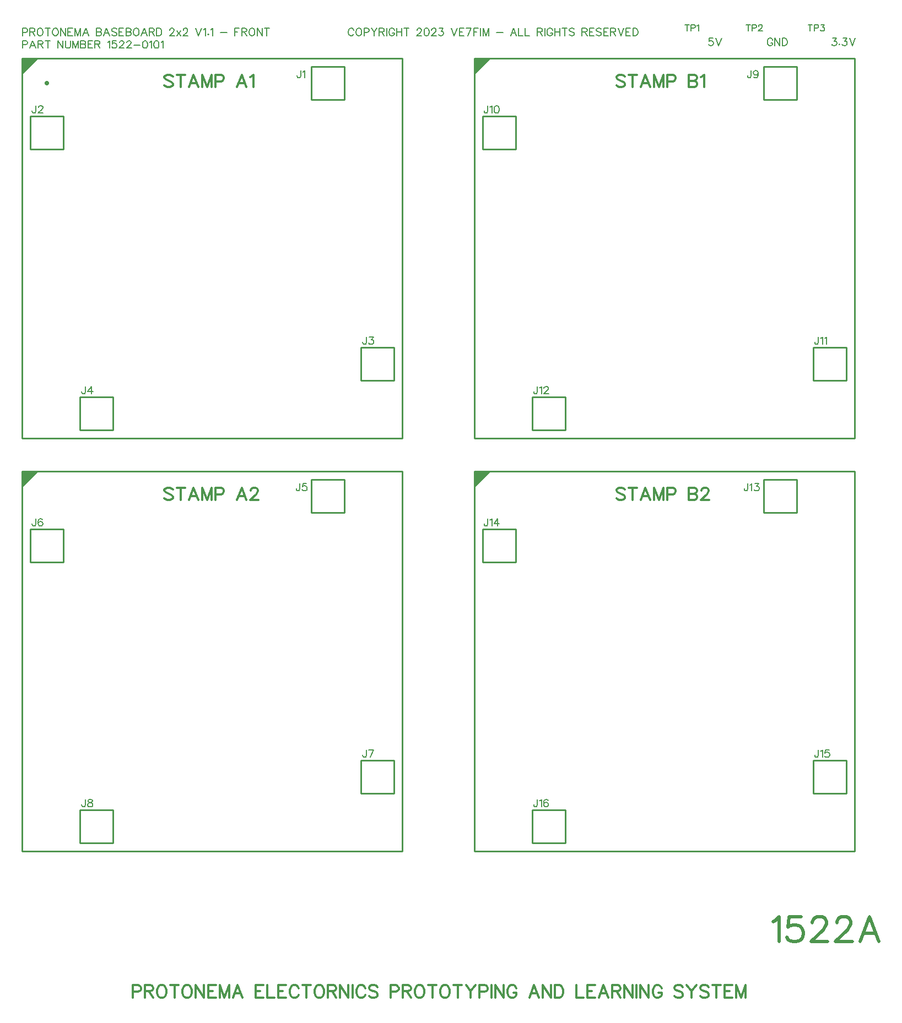
<source format=gto>
G04 Layer: TopSilkscreenLayer*
G04 EasyEDA v6.5.22, 2023-04-02 16:23:41*
G04 0d5d065aeb9341cc8506dd620d600087,5a6b42c53f6a479593ecc07194224c93,10*
G04 Gerber Generator version 0.2*
G04 Scale: 100 percent, Rotated: No, Reflected: No *
G04 Dimensions in millimeters *
G04 leading zeros omitted , absolute positions ,4 integer and 5 decimal *
%FSLAX45Y45*%
%MOMM*%

%ADD10C,0.3000*%
%ADD11C,0.2032*%
%ADD12C,0.5000*%
%ADD13C,0.1524*%
%ADD14C,0.2030*%
%ADD15C,0.2540*%
%ADD16C,0.6350*%
%ADD17C,0.0189*%

%LPD*%
D10*
X9888727Y7977378D02*
G01*
X9870440Y7995665D01*
X9843261Y8004810D01*
X9806940Y8004810D01*
X9779508Y7995665D01*
X9761474Y7977378D01*
X9761474Y7959344D01*
X9770363Y7941055D01*
X9779508Y7931912D01*
X9797795Y7923021D01*
X9852406Y7904734D01*
X9870440Y7895589D01*
X9879584Y7886445D01*
X9888727Y7868412D01*
X9888727Y7840979D01*
X9870440Y7822945D01*
X9843261Y7813802D01*
X9806940Y7813802D01*
X9779508Y7822945D01*
X9761474Y7840979D01*
X10012425Y8004810D02*
G01*
X10012425Y7813802D01*
X9948672Y8004810D02*
G01*
X10075925Y8004810D01*
X10208768Y8004810D02*
G01*
X10135870Y7813802D01*
X10208768Y8004810D02*
G01*
X10281411Y7813802D01*
X10163302Y7877555D02*
G01*
X10254234Y7877555D01*
X10341356Y8004810D02*
G01*
X10341356Y7813802D01*
X10341356Y8004810D02*
G01*
X10414000Y7813802D01*
X10486897Y8004810D02*
G01*
X10414000Y7813802D01*
X10486897Y8004810D02*
G01*
X10486897Y7813802D01*
X10546841Y8004810D02*
G01*
X10546841Y7813802D01*
X10546841Y8004810D02*
G01*
X10628629Y8004810D01*
X10656061Y7995665D01*
X10664952Y7986521D01*
X10674095Y7968234D01*
X10674095Y7941055D01*
X10664952Y7923021D01*
X10656061Y7913878D01*
X10628629Y7904734D01*
X10546841Y7904734D01*
X10946891Y8004810D02*
G01*
X10874247Y7813802D01*
X10946891Y8004810D02*
G01*
X11019536Y7813802D01*
X10901425Y7877555D02*
G01*
X10992358Y7877555D01*
X11088624Y7959344D02*
G01*
X11088624Y7968234D01*
X11097768Y7986521D01*
X11106911Y7995665D01*
X11124945Y8004810D01*
X11161522Y8004810D01*
X11179556Y7995665D01*
X11188700Y7986521D01*
X11197843Y7968234D01*
X11197843Y7950200D01*
X11188700Y7931912D01*
X11170411Y7904734D01*
X11079479Y7813802D01*
X11206734Y7813802D01*
X16832834Y7977378D02*
G01*
X16814545Y7995665D01*
X16787368Y8004810D01*
X16751045Y8004810D01*
X16723613Y7995665D01*
X16705579Y7977378D01*
X16705579Y7959344D01*
X16714470Y7941055D01*
X16723613Y7931912D01*
X16741902Y7923021D01*
X16796511Y7904734D01*
X16814545Y7895589D01*
X16823690Y7886445D01*
X16832834Y7868412D01*
X16832834Y7840979D01*
X16814545Y7822945D01*
X16787368Y7813802D01*
X16751045Y7813802D01*
X16723613Y7822945D01*
X16705579Y7840979D01*
X16956531Y8004810D02*
G01*
X16956531Y7813802D01*
X16892777Y8004810D02*
G01*
X17020031Y8004810D01*
X17152874Y8004810D02*
G01*
X17079975Y7813802D01*
X17152874Y8004810D02*
G01*
X17225518Y7813802D01*
X17107408Y7877555D02*
G01*
X17198340Y7877555D01*
X17285461Y8004810D02*
G01*
X17285461Y7813802D01*
X17285461Y8004810D02*
G01*
X17358106Y7813802D01*
X17431004Y8004810D02*
G01*
X17358106Y7813802D01*
X17431004Y8004810D02*
G01*
X17431004Y7813802D01*
X17490948Y8004810D02*
G01*
X17490948Y7813802D01*
X17490948Y8004810D02*
G01*
X17572736Y8004810D01*
X17600168Y7995665D01*
X17609058Y7986521D01*
X17618202Y7968234D01*
X17618202Y7941055D01*
X17609058Y7923021D01*
X17600168Y7913878D01*
X17572736Y7904734D01*
X17490948Y7904734D01*
X17818354Y8004810D02*
G01*
X17818354Y7813802D01*
X17818354Y8004810D02*
G01*
X17900141Y8004810D01*
X17927320Y7995665D01*
X17936463Y7986521D01*
X17945608Y7968234D01*
X17945608Y7950200D01*
X17936463Y7931912D01*
X17927320Y7923021D01*
X17900141Y7913878D01*
X17818354Y7913878D02*
G01*
X17900141Y7913878D01*
X17927320Y7904734D01*
X17936463Y7895589D01*
X17945608Y7877555D01*
X17945608Y7850123D01*
X17936463Y7832089D01*
X17927320Y7822945D01*
X17900141Y7813802D01*
X17818354Y7813802D01*
X18014695Y7959344D02*
G01*
X18014695Y7968234D01*
X18023586Y7986521D01*
X18032729Y7995665D01*
X18051018Y8004810D01*
X18087340Y8004810D01*
X18105627Y7995665D01*
X18114518Y7986521D01*
X18123661Y7968234D01*
X18123661Y7950200D01*
X18114518Y7931912D01*
X18096484Y7904734D01*
X18005552Y7813802D01*
X18132806Y7813802D01*
X9271000Y354329D02*
G01*
X9271000Y163321D01*
X9271000Y354329D02*
G01*
X9352788Y354329D01*
X9379965Y345186D01*
X9389109Y336042D01*
X9398254Y317754D01*
X9398254Y290576D01*
X9389109Y272287D01*
X9379965Y263397D01*
X9352788Y254254D01*
X9271000Y254254D01*
X9458197Y354329D02*
G01*
X9458197Y163321D01*
X9458197Y354329D02*
G01*
X9539986Y354329D01*
X9567418Y345186D01*
X9576561Y336042D01*
X9585452Y317754D01*
X9585452Y299720D01*
X9576561Y281431D01*
X9567418Y272287D01*
X9539986Y263397D01*
X9458197Y263397D01*
X9521952Y263397D02*
G01*
X9585452Y163321D01*
X9700006Y354329D02*
G01*
X9681972Y345186D01*
X9663684Y326897D01*
X9654540Y308863D01*
X9645650Y281431D01*
X9645650Y235965D01*
X9654540Y208787D01*
X9663684Y190500D01*
X9681972Y172465D01*
X9700006Y163321D01*
X9736327Y163321D01*
X9754615Y172465D01*
X9772904Y190500D01*
X9781793Y208787D01*
X9790938Y235965D01*
X9790938Y281431D01*
X9781793Y308863D01*
X9772904Y326897D01*
X9754615Y345186D01*
X9736327Y354329D01*
X9700006Y354329D01*
X9914636Y354329D02*
G01*
X9914636Y163321D01*
X9850881Y354329D02*
G01*
X9978390Y354329D01*
X10092690Y354329D02*
G01*
X10074656Y345186D01*
X10056368Y326897D01*
X10047477Y308863D01*
X10038334Y281431D01*
X10038334Y235965D01*
X10047477Y208787D01*
X10056368Y190500D01*
X10074656Y172465D01*
X10092690Y163321D01*
X10129265Y163321D01*
X10147300Y172465D01*
X10165588Y190500D01*
X10174731Y208787D01*
X10183622Y235965D01*
X10183622Y281431D01*
X10174731Y308863D01*
X10165588Y326897D01*
X10147300Y345186D01*
X10129265Y354329D01*
X10092690Y354329D01*
X10243820Y354329D02*
G01*
X10243820Y163321D01*
X10243820Y354329D02*
G01*
X10371074Y163321D01*
X10371074Y354329D02*
G01*
X10371074Y163321D01*
X10431018Y354329D02*
G01*
X10431018Y163321D01*
X10431018Y354329D02*
G01*
X10549127Y354329D01*
X10431018Y263397D02*
G01*
X10503661Y263397D01*
X10431018Y163321D02*
G01*
X10549127Y163321D01*
X10609072Y354329D02*
G01*
X10609072Y163321D01*
X10609072Y354329D02*
G01*
X10681970Y163321D01*
X10754613Y354329D02*
G01*
X10681970Y163321D01*
X10754613Y354329D02*
G01*
X10754613Y163321D01*
X10887456Y354329D02*
G01*
X10814558Y163321D01*
X10887456Y354329D02*
G01*
X10960100Y163321D01*
X10841990Y226821D02*
G01*
X10932922Y226821D01*
X11159997Y354329D02*
G01*
X11159997Y163321D01*
X11159997Y354329D02*
G01*
X11278361Y354329D01*
X11159997Y263397D02*
G01*
X11232895Y263397D01*
X11159997Y163321D02*
G01*
X11278361Y163321D01*
X11338306Y354329D02*
G01*
X11338306Y163321D01*
X11338306Y163321D02*
G01*
X11447272Y163321D01*
X11507470Y354329D02*
G01*
X11507470Y163321D01*
X11507470Y354329D02*
G01*
X11625579Y354329D01*
X11507470Y263397D02*
G01*
X11580113Y263397D01*
X11507470Y163321D02*
G01*
X11625579Y163321D01*
X11821922Y308863D02*
G01*
X11812777Y326897D01*
X11794743Y345186D01*
X11776456Y354329D01*
X11740134Y354329D01*
X11721845Y345186D01*
X11703811Y326897D01*
X11694668Y308863D01*
X11685524Y281431D01*
X11685524Y235965D01*
X11694668Y208787D01*
X11703811Y190500D01*
X11721845Y172465D01*
X11740134Y163321D01*
X11776456Y163321D01*
X11794743Y172465D01*
X11812777Y190500D01*
X11821922Y208787D01*
X11945620Y354329D02*
G01*
X11945620Y163321D01*
X11881865Y354329D02*
G01*
X12009120Y354329D01*
X12123674Y354329D02*
G01*
X12105640Y345186D01*
X12087352Y326897D01*
X12078208Y308863D01*
X12069063Y281431D01*
X12069063Y235965D01*
X12078208Y208787D01*
X12087352Y190500D01*
X12105640Y172465D01*
X12123674Y163321D01*
X12159995Y163321D01*
X12178284Y172465D01*
X12196572Y190500D01*
X12205461Y208787D01*
X12214606Y235965D01*
X12214606Y281431D01*
X12205461Y308863D01*
X12196572Y326897D01*
X12178284Y345186D01*
X12159995Y354329D01*
X12123674Y354329D01*
X12274550Y354329D02*
G01*
X12274550Y163321D01*
X12274550Y354329D02*
G01*
X12356338Y354329D01*
X12383770Y345186D01*
X12392913Y336042D01*
X12401804Y317754D01*
X12401804Y299720D01*
X12392913Y281431D01*
X12383770Y272287D01*
X12356338Y263397D01*
X12274550Y263397D01*
X12338304Y263397D02*
G01*
X12401804Y163321D01*
X12462002Y354329D02*
G01*
X12462002Y163321D01*
X12462002Y354329D02*
G01*
X12589256Y163321D01*
X12589256Y354329D02*
G01*
X12589256Y163321D01*
X12649200Y354329D02*
G01*
X12649200Y163321D01*
X12845541Y308863D02*
G01*
X12836397Y326897D01*
X12818363Y345186D01*
X12800075Y354329D01*
X12763754Y354329D01*
X12745465Y345186D01*
X12727431Y326897D01*
X12718288Y308863D01*
X12709143Y281431D01*
X12709143Y235965D01*
X12718288Y208787D01*
X12727431Y190500D01*
X12745465Y172465D01*
X12763754Y163321D01*
X12800075Y163321D01*
X12818363Y172465D01*
X12836397Y190500D01*
X12845541Y208787D01*
X13032740Y326897D02*
G01*
X13014706Y345186D01*
X12987274Y354329D01*
X12950952Y354329D01*
X12923774Y345186D01*
X12905486Y326897D01*
X12905486Y308863D01*
X12914629Y290576D01*
X12923774Y281431D01*
X12941808Y272287D01*
X12996418Y254254D01*
X13014706Y245110D01*
X13023595Y235965D01*
X13032740Y217931D01*
X13032740Y190500D01*
X13014706Y172465D01*
X12987274Y163321D01*
X12950952Y163321D01*
X12923774Y172465D01*
X12905486Y190500D01*
X13232891Y354329D02*
G01*
X13232891Y163321D01*
X13232891Y354329D02*
G01*
X13314679Y354329D01*
X13341858Y345186D01*
X13351002Y336042D01*
X13360145Y317754D01*
X13360145Y290576D01*
X13351002Y272287D01*
X13341858Y263397D01*
X13314679Y254254D01*
X13232891Y254254D01*
X13420090Y354329D02*
G01*
X13420090Y163321D01*
X13420090Y354329D02*
G01*
X13501877Y354329D01*
X13529056Y345186D01*
X13538200Y336042D01*
X13547343Y317754D01*
X13547343Y299720D01*
X13538200Y281431D01*
X13529056Y272287D01*
X13501877Y263397D01*
X13420090Y263397D01*
X13483843Y263397D02*
G01*
X13547343Y163321D01*
X13661897Y354329D02*
G01*
X13643609Y345186D01*
X13625575Y326897D01*
X13616431Y308863D01*
X13607288Y281431D01*
X13607288Y235965D01*
X13616431Y208787D01*
X13625575Y190500D01*
X13643609Y172465D01*
X13661897Y163321D01*
X13698220Y163321D01*
X13716508Y172465D01*
X13734541Y190500D01*
X13743686Y208787D01*
X13752829Y235965D01*
X13752829Y281431D01*
X13743686Y308863D01*
X13734541Y326897D01*
X13716508Y345186D01*
X13698220Y354329D01*
X13661897Y354329D01*
X13876527Y354329D02*
G01*
X13876527Y163321D01*
X13812774Y354329D02*
G01*
X13940027Y354329D01*
X14054581Y354329D02*
G01*
X14036547Y345186D01*
X14018259Y326897D01*
X14009116Y308863D01*
X13999972Y281431D01*
X13999972Y235965D01*
X14009116Y208787D01*
X14018259Y190500D01*
X14036547Y172465D01*
X14054581Y163321D01*
X14090904Y163321D01*
X14109191Y172465D01*
X14127479Y190500D01*
X14136370Y208787D01*
X14145513Y235965D01*
X14145513Y281431D01*
X14136370Y308863D01*
X14127479Y326897D01*
X14109191Y345186D01*
X14090904Y354329D01*
X14054581Y354329D01*
X14269211Y354329D02*
G01*
X14269211Y163321D01*
X14205458Y354329D02*
G01*
X14332711Y354329D01*
X14392909Y354329D02*
G01*
X14465554Y263397D01*
X14465554Y163321D01*
X14538197Y354329D02*
G01*
X14465554Y263397D01*
X14598141Y354329D02*
G01*
X14598141Y163321D01*
X14598141Y354329D02*
G01*
X14680184Y354329D01*
X14707361Y345186D01*
X14716506Y336042D01*
X14725650Y317754D01*
X14725650Y290576D01*
X14716506Y272287D01*
X14707361Y263397D01*
X14680184Y254254D01*
X14598141Y254254D01*
X14785593Y354329D02*
G01*
X14785593Y163321D01*
X14845538Y354329D02*
G01*
X14845538Y163321D01*
X14845538Y354329D02*
G01*
X14972791Y163321D01*
X14972791Y354329D02*
G01*
X14972791Y163321D01*
X15169134Y308863D02*
G01*
X15159990Y326897D01*
X15141956Y345186D01*
X15123668Y354329D01*
X15087345Y354329D01*
X15069058Y345186D01*
X15051024Y326897D01*
X15041879Y308863D01*
X15032736Y281431D01*
X15032736Y235965D01*
X15041879Y208787D01*
X15051024Y190500D01*
X15069058Y172465D01*
X15087345Y163321D01*
X15123668Y163321D01*
X15141956Y172465D01*
X15159990Y190500D01*
X15169134Y208787D01*
X15169134Y235965D01*
X15123668Y235965D02*
G01*
X15169134Y235965D01*
X15441929Y354329D02*
G01*
X15369286Y163321D01*
X15441929Y354329D02*
G01*
X15514574Y163321D01*
X15396463Y226821D02*
G01*
X15487395Y226821D01*
X15574518Y354329D02*
G01*
X15574518Y163321D01*
X15574518Y354329D02*
G01*
X15701772Y163321D01*
X15701772Y354329D02*
G01*
X15701772Y163321D01*
X15761970Y354329D02*
G01*
X15761970Y163321D01*
X15761970Y354329D02*
G01*
X15825470Y354329D01*
X15852902Y345186D01*
X15870936Y326897D01*
X15880079Y308863D01*
X15889224Y281431D01*
X15889224Y235965D01*
X15880079Y208787D01*
X15870936Y190500D01*
X15852902Y172465D01*
X15825470Y163321D01*
X15761970Y163321D01*
X16089122Y354329D02*
G01*
X16089122Y163321D01*
X16089122Y163321D02*
G01*
X16198341Y163321D01*
X16258286Y354329D02*
G01*
X16258286Y163321D01*
X16258286Y354329D02*
G01*
X16376395Y354329D01*
X16258286Y263397D02*
G01*
X16330929Y263397D01*
X16258286Y163321D02*
G01*
X16376395Y163321D01*
X16509238Y354329D02*
G01*
X16436340Y163321D01*
X16509238Y354329D02*
G01*
X16581881Y163321D01*
X16463772Y226821D02*
G01*
X16554704Y226821D01*
X16641825Y354329D02*
G01*
X16641825Y163321D01*
X16641825Y354329D02*
G01*
X16723613Y354329D01*
X16751045Y345186D01*
X16760190Y336042D01*
X16769079Y317754D01*
X16769079Y299720D01*
X16760190Y281431D01*
X16751045Y272287D01*
X16723613Y263397D01*
X16641825Y263397D01*
X16705579Y263397D02*
G01*
X16769079Y163321D01*
X16829277Y354329D02*
G01*
X16829277Y163321D01*
X16829277Y354329D02*
G01*
X16956531Y163321D01*
X16956531Y354329D02*
G01*
X16956531Y163321D01*
X17016475Y354329D02*
G01*
X17016475Y163321D01*
X17076420Y354329D02*
G01*
X17076420Y163321D01*
X17076420Y354329D02*
G01*
X17203674Y163321D01*
X17203674Y354329D02*
G01*
X17203674Y163321D01*
X17400016Y308863D02*
G01*
X17390872Y326897D01*
X17372838Y345186D01*
X17354550Y354329D01*
X17318227Y354329D01*
X17300193Y345186D01*
X17281906Y326897D01*
X17272761Y308863D01*
X17263618Y281431D01*
X17263618Y235965D01*
X17272761Y208787D01*
X17281906Y190500D01*
X17300193Y172465D01*
X17318227Y163321D01*
X17354550Y163321D01*
X17372838Y172465D01*
X17390872Y190500D01*
X17400016Y208787D01*
X17400016Y235965D01*
X17354550Y235965D02*
G01*
X17400016Y235965D01*
X17727422Y326897D02*
G01*
X17709134Y345186D01*
X17681956Y354329D01*
X17645634Y354329D01*
X17618202Y345186D01*
X17600168Y326897D01*
X17600168Y308863D01*
X17609058Y290576D01*
X17618202Y281431D01*
X17636490Y272287D01*
X17691100Y254254D01*
X17709134Y245110D01*
X17718277Y235965D01*
X17727422Y217931D01*
X17727422Y190500D01*
X17709134Y172465D01*
X17681956Y163321D01*
X17645634Y163321D01*
X17618202Y172465D01*
X17600168Y190500D01*
X17787366Y354329D02*
G01*
X17860009Y263397D01*
X17860009Y163321D01*
X17932908Y354329D02*
G01*
X17860009Y263397D01*
X18120106Y326897D02*
G01*
X18101818Y345186D01*
X18074640Y354329D01*
X18038318Y354329D01*
X18010886Y345186D01*
X17992852Y326897D01*
X17992852Y308863D01*
X18001995Y290576D01*
X18010886Y281431D01*
X18029174Y272287D01*
X18083784Y254254D01*
X18101818Y245110D01*
X18110961Y235965D01*
X18120106Y217931D01*
X18120106Y190500D01*
X18101818Y172465D01*
X18074640Y163321D01*
X18038318Y163321D01*
X18010886Y172465D01*
X17992852Y190500D01*
X18243804Y354329D02*
G01*
X18243804Y163321D01*
X18180050Y354329D02*
G01*
X18307304Y354329D01*
X18367248Y354329D02*
G01*
X18367248Y163321D01*
X18367248Y354329D02*
G01*
X18485611Y354329D01*
X18367248Y263397D02*
G01*
X18440145Y263397D01*
X18367248Y163321D02*
G01*
X18485611Y163321D01*
X18545556Y354329D02*
G01*
X18545556Y163321D01*
X18545556Y354329D02*
G01*
X18618200Y163321D01*
X18691098Y354329D02*
G01*
X18618200Y163321D01*
X18691098Y354329D02*
G01*
X18691098Y163321D01*
D11*
X7783829Y13880337D02*
G01*
X7783829Y13792962D01*
X7778495Y13776705D01*
X7772908Y13771118D01*
X7762240Y13765784D01*
X7751318Y13765784D01*
X7740395Y13771118D01*
X7734808Y13776705D01*
X7729474Y13792962D01*
X7729474Y13803884D01*
X7825486Y13852905D02*
G01*
X7825486Y13858494D01*
X7830820Y13869416D01*
X7836408Y13874750D01*
X7847329Y13880337D01*
X7868920Y13880337D01*
X7879841Y13874750D01*
X7885429Y13869416D01*
X7890763Y13858494D01*
X7890763Y13847571D01*
X7885429Y13836650D01*
X7874508Y13820394D01*
X7819897Y13765784D01*
X7896352Y13765784D01*
X8545829Y9562337D02*
G01*
X8545829Y9474962D01*
X8540495Y9458705D01*
X8534908Y9453118D01*
X8524240Y9447784D01*
X8513318Y9447784D01*
X8502395Y9453118D01*
X8496808Y9458705D01*
X8491474Y9474962D01*
X8491474Y9485884D01*
X8636508Y9562337D02*
G01*
X8581897Y9485884D01*
X8663686Y9485884D01*
X8636508Y9562337D02*
G01*
X8636508Y9447784D01*
X11840209Y8071358D02*
G01*
X11840209Y7983981D01*
X11834622Y7967726D01*
X11829288Y7962137D01*
X11818365Y7956804D01*
X11807443Y7956804D01*
X11796522Y7962137D01*
X11790934Y7967726D01*
X11785600Y7983981D01*
X11785600Y7994904D01*
X11941556Y8071358D02*
G01*
X11886945Y8071358D01*
X11881611Y8022081D01*
X11886945Y8027670D01*
X11903456Y8033004D01*
X11919711Y8033004D01*
X11936222Y8027670D01*
X11947143Y8016747D01*
X11952477Y8000492D01*
X11952477Y7989570D01*
X11947143Y7973060D01*
X11936222Y7962137D01*
X11919711Y7956804D01*
X11903456Y7956804D01*
X11886945Y7962137D01*
X11881611Y7967726D01*
X11876024Y7978647D01*
X7783829Y7530337D02*
G01*
X7783829Y7442962D01*
X7778495Y7426705D01*
X7772908Y7421118D01*
X7762240Y7415784D01*
X7751318Y7415784D01*
X7740395Y7421118D01*
X7734808Y7426705D01*
X7729474Y7442962D01*
X7729474Y7453884D01*
X7885429Y7513828D02*
G01*
X7879841Y7524750D01*
X7863586Y7530337D01*
X7852663Y7530337D01*
X7836408Y7524750D01*
X7825486Y7508494D01*
X7819897Y7481315D01*
X7819897Y7453884D01*
X7825486Y7432039D01*
X7836408Y7421118D01*
X7852663Y7415784D01*
X7857997Y7415784D01*
X7874508Y7421118D01*
X7885429Y7432039D01*
X7890763Y7448550D01*
X7890763Y7453884D01*
X7885429Y7470394D01*
X7874508Y7481315D01*
X7857997Y7486650D01*
X7852663Y7486650D01*
X7836408Y7481315D01*
X7825486Y7470394D01*
X7819897Y7453884D01*
X8545829Y3212337D02*
G01*
X8545829Y3124962D01*
X8540495Y3108705D01*
X8534908Y3103118D01*
X8524240Y3097784D01*
X8513318Y3097784D01*
X8502395Y3103118D01*
X8496808Y3108705D01*
X8491474Y3124962D01*
X8491474Y3135884D01*
X8609329Y3212337D02*
G01*
X8592820Y3206750D01*
X8587486Y3195828D01*
X8587486Y3184905D01*
X8592820Y3174237D01*
X8603741Y3168650D01*
X8625586Y3163315D01*
X8641841Y3157728D01*
X8652763Y3146805D01*
X8658352Y3135884D01*
X8658352Y3119628D01*
X8652763Y3108705D01*
X8647429Y3103118D01*
X8630920Y3097784D01*
X8609329Y3097784D01*
X8592820Y3103118D01*
X8587486Y3108705D01*
X8581897Y3119628D01*
X8581897Y3135884D01*
X8587486Y3146805D01*
X8598408Y3157728D01*
X8614663Y3163315D01*
X8636508Y3168650D01*
X8647429Y3174237D01*
X8652763Y3184905D01*
X8652763Y3195828D01*
X8647429Y3206750D01*
X8630920Y3212337D01*
X8609329Y3212337D01*
X14727936Y13880337D02*
G01*
X14727936Y13792962D01*
X14722602Y13776705D01*
X14717013Y13771118D01*
X14706345Y13765784D01*
X14695424Y13765784D01*
X14684502Y13771118D01*
X14678913Y13776705D01*
X14673579Y13792962D01*
X14673579Y13803884D01*
X14764004Y13858494D02*
G01*
X14774925Y13863828D01*
X14791436Y13880337D01*
X14791436Y13765784D01*
X14860016Y13880337D02*
G01*
X14843759Y13874750D01*
X14832838Y13858494D01*
X14827250Y13831316D01*
X14827250Y13814805D01*
X14832838Y13787628D01*
X14843759Y13771118D01*
X14860016Y13765784D01*
X14870938Y13765784D01*
X14887447Y13771118D01*
X14898116Y13787628D01*
X14903704Y13814805D01*
X14903704Y13831316D01*
X14898116Y13858494D01*
X14887447Y13874750D01*
X14870938Y13880337D01*
X14860016Y13880337D01*
X15489936Y9562337D02*
G01*
X15489936Y9474962D01*
X15484602Y9458705D01*
X15479013Y9453118D01*
X15468345Y9447784D01*
X15457424Y9447784D01*
X15446502Y9453118D01*
X15440913Y9458705D01*
X15435579Y9474962D01*
X15435579Y9485884D01*
X15526004Y9540494D02*
G01*
X15536925Y9545828D01*
X15553436Y9562337D01*
X15553436Y9447784D01*
X15594838Y9534905D02*
G01*
X15594838Y9540494D01*
X15600172Y9551415D01*
X15605759Y9556750D01*
X15616681Y9562337D01*
X15638525Y9562337D01*
X15649447Y9556750D01*
X15654781Y9551415D01*
X15660116Y9540494D01*
X15660116Y9529571D01*
X15654781Y9518650D01*
X15643859Y9502394D01*
X15589250Y9447784D01*
X15665704Y9447784D01*
X18723609Y8071358D02*
G01*
X18723609Y7983981D01*
X18718022Y7967726D01*
X18712688Y7962137D01*
X18701766Y7956804D01*
X18690843Y7956804D01*
X18679922Y7962137D01*
X18674334Y7967726D01*
X18669000Y7983981D01*
X18669000Y7994904D01*
X18759424Y8049513D02*
G01*
X18770345Y8054847D01*
X18786856Y8071358D01*
X18786856Y7956804D01*
X18833845Y8071358D02*
G01*
X18893790Y8071358D01*
X18861024Y8027670D01*
X18877279Y8027670D01*
X18888202Y8022081D01*
X18893790Y8016747D01*
X18899124Y8000492D01*
X18899124Y7989570D01*
X18893790Y7973060D01*
X18882868Y7962137D01*
X18866358Y7956804D01*
X18850102Y7956804D01*
X18833845Y7962137D01*
X18828258Y7967726D01*
X18822924Y7978647D01*
X14727936Y7530337D02*
G01*
X14727936Y7442962D01*
X14722602Y7426705D01*
X14717013Y7421118D01*
X14706345Y7415784D01*
X14695424Y7415784D01*
X14684502Y7421118D01*
X14678913Y7426705D01*
X14673579Y7442962D01*
X14673579Y7453884D01*
X14764004Y7508494D02*
G01*
X14774925Y7513828D01*
X14791436Y7530337D01*
X14791436Y7415784D01*
X14881859Y7530337D02*
G01*
X14827250Y7453884D01*
X14909038Y7453884D01*
X14881859Y7530337D02*
G01*
X14881859Y7415784D01*
X15489936Y3212337D02*
G01*
X15489936Y3124962D01*
X15484602Y3108705D01*
X15479013Y3103118D01*
X15468345Y3097784D01*
X15457424Y3097784D01*
X15446502Y3103118D01*
X15440913Y3108705D01*
X15435579Y3124962D01*
X15435579Y3135884D01*
X15526004Y3190494D02*
G01*
X15536925Y3195828D01*
X15553436Y3212337D01*
X15553436Y3097784D01*
X15654781Y3195828D02*
G01*
X15649447Y3206750D01*
X15632938Y3212337D01*
X15622016Y3212337D01*
X15605759Y3206750D01*
X15594838Y3190494D01*
X15589250Y3163315D01*
X15589250Y3135884D01*
X15594838Y3114039D01*
X15605759Y3103118D01*
X15622016Y3097784D01*
X15627604Y3097784D01*
X15643859Y3103118D01*
X15654781Y3114039D01*
X15660116Y3130550D01*
X15660116Y3135884D01*
X15654781Y3152394D01*
X15643859Y3163315D01*
X15627604Y3168650D01*
X15622016Y3168650D01*
X15605759Y3163315D01*
X15594838Y3152394D01*
X15589250Y3135884D01*
X12863829Y3974337D02*
G01*
X12863829Y3886962D01*
X12858495Y3870705D01*
X12852908Y3865118D01*
X12842240Y3859784D01*
X12831318Y3859784D01*
X12820395Y3865118D01*
X12814808Y3870705D01*
X12809474Y3886962D01*
X12809474Y3897884D01*
X12976352Y3974337D02*
G01*
X12921741Y3859784D01*
X12899897Y3974337D02*
G01*
X12976352Y3974337D01*
X19807936Y3974337D02*
G01*
X19807936Y3886962D01*
X19802602Y3870705D01*
X19797013Y3865118D01*
X19786345Y3859784D01*
X19775424Y3859784D01*
X19764502Y3865118D01*
X19758913Y3870705D01*
X19753579Y3886962D01*
X19753579Y3897884D01*
X19844004Y3952494D02*
G01*
X19854925Y3957828D01*
X19871436Y3974337D01*
X19871436Y3859784D01*
X19972781Y3974337D02*
G01*
X19918172Y3974337D01*
X19912838Y3925315D01*
X19918172Y3930650D01*
X19934681Y3936237D01*
X19950938Y3936237D01*
X19967448Y3930650D01*
X19978116Y3919728D01*
X19983704Y3903471D01*
X19983704Y3892550D01*
X19978116Y3876039D01*
X19967448Y3865118D01*
X19950938Y3859784D01*
X19934681Y3859784D01*
X19918172Y3865118D01*
X19912838Y3870705D01*
X19907250Y3881628D01*
X19807936Y10324337D02*
G01*
X19807936Y10236962D01*
X19802602Y10220705D01*
X19797013Y10215118D01*
X19786345Y10209784D01*
X19775424Y10209784D01*
X19764502Y10215118D01*
X19758913Y10220705D01*
X19753579Y10236962D01*
X19753579Y10247884D01*
X19844004Y10302494D02*
G01*
X19854925Y10307828D01*
X19871436Y10324337D01*
X19871436Y10209784D01*
X19907250Y10302494D02*
G01*
X19918172Y10307828D01*
X19934681Y10324337D01*
X19934681Y10209784D01*
X12863829Y10324337D02*
G01*
X12863829Y10236962D01*
X12858495Y10220705D01*
X12852908Y10215118D01*
X12842240Y10209784D01*
X12831318Y10209784D01*
X12820395Y10215118D01*
X12814808Y10220705D01*
X12809474Y10236962D01*
X12809474Y10247884D01*
X12910820Y10324337D02*
G01*
X12970763Y10324337D01*
X12937997Y10280650D01*
X12954508Y10280650D01*
X12965429Y10275315D01*
X12970763Y10269728D01*
X12976352Y10253471D01*
X12976352Y10242550D01*
X12970763Y10226039D01*
X12959841Y10215118D01*
X12943586Y10209784D01*
X12927329Y10209784D01*
X12910820Y10215118D01*
X12905486Y10220705D01*
X12899897Y10231628D01*
D12*
X19113500Y1334262D02*
G01*
X19149822Y1352295D01*
X19204431Y1406905D01*
X19204431Y1025144D01*
X19542506Y1406905D02*
G01*
X19360895Y1406905D01*
X19342608Y1243329D01*
X19360895Y1261363D01*
X19415252Y1279652D01*
X19469861Y1279652D01*
X19524472Y1261363D01*
X19560793Y1225042D01*
X19578827Y1170686D01*
X19578827Y1134110D01*
X19560793Y1079754D01*
X19524472Y1043178D01*
X19469861Y1025144D01*
X19415252Y1025144D01*
X19360895Y1043178D01*
X19342608Y1061465D01*
X19324320Y1097787D01*
X19717258Y1315973D02*
G01*
X19717258Y1334262D01*
X19735291Y1370584D01*
X19753579Y1388871D01*
X19789902Y1406905D01*
X19862545Y1406905D01*
X19898868Y1388871D01*
X19917156Y1370584D01*
X19935190Y1334262D01*
X19935190Y1297939D01*
X19917156Y1261363D01*
X19880834Y1207007D01*
X19698970Y1025144D01*
X19953477Y1025144D01*
X20091654Y1315973D02*
G01*
X20091654Y1334262D01*
X20109941Y1370584D01*
X20127975Y1388871D01*
X20164298Y1406905D01*
X20237195Y1406905D01*
X20273518Y1388871D01*
X20291806Y1370584D01*
X20309840Y1334262D01*
X20309840Y1297939D01*
X20291806Y1261363D01*
X20255229Y1207007D01*
X20073620Y1025144D01*
X20328127Y1025144D01*
X20593558Y1406905D02*
G01*
X20448016Y1025144D01*
X20593558Y1406905D02*
G01*
X20738845Y1025144D01*
X20502625Y1152397D02*
G01*
X20684490Y1152397D01*
D13*
X20026137Y14916657D02*
G01*
X20086081Y14916657D01*
X20053315Y14872970D01*
X20069825Y14872970D01*
X20080747Y14867381D01*
X20086081Y14862047D01*
X20091669Y14845792D01*
X20091669Y14834870D01*
X20086081Y14818360D01*
X20075159Y14807437D01*
X20058903Y14802104D01*
X20042393Y14802104D01*
X20026137Y14807437D01*
X20020549Y14813026D01*
X20015215Y14823947D01*
X20133071Y14829281D02*
G01*
X20127483Y14823947D01*
X20133071Y14818360D01*
X20138405Y14823947D01*
X20133071Y14829281D01*
X20185395Y14916657D02*
G01*
X20245339Y14916657D01*
X20212573Y14872970D01*
X20229083Y14872970D01*
X20240005Y14867381D01*
X20245339Y14862047D01*
X20250927Y14845792D01*
X20250927Y14834870D01*
X20245339Y14818360D01*
X20234417Y14807437D01*
X20218161Y14802104D01*
X20201651Y14802104D01*
X20185395Y14807437D01*
X20179807Y14813026D01*
X20174473Y14823947D01*
X20286741Y14916657D02*
G01*
X20330429Y14802104D01*
X20374117Y14916657D02*
G01*
X20330429Y14802104D01*
X19683737Y15124937D02*
G01*
X19683737Y15029434D01*
X19651733Y15124937D02*
G01*
X19715487Y15124937D01*
X19745459Y15124937D02*
G01*
X19745459Y15029434D01*
X19745459Y15124937D02*
G01*
X19786353Y15124937D01*
X19800069Y15120366D01*
X19804641Y15115794D01*
X19809213Y15106904D01*
X19809213Y15093187D01*
X19804641Y15084044D01*
X19800069Y15079471D01*
X19786353Y15074900D01*
X19745459Y15074900D01*
X19848329Y15124937D02*
G01*
X19898113Y15124937D01*
X19870935Y15088616D01*
X19884651Y15088616D01*
X19893795Y15084044D01*
X19898113Y15079471D01*
X19902685Y15066010D01*
X19902685Y15056866D01*
X19898113Y15043150D01*
X19889223Y15034005D01*
X19875507Y15029434D01*
X19861791Y15029434D01*
X19848329Y15034005D01*
X19843757Y15038578D01*
X19839185Y15047721D01*
X18731237Y15124937D02*
G01*
X18731237Y15029434D01*
X18699233Y15124937D02*
G01*
X18762987Y15124937D01*
X18792959Y15124937D02*
G01*
X18792959Y15029434D01*
X18792959Y15124937D02*
G01*
X18833853Y15124937D01*
X18847569Y15120366D01*
X18852141Y15115794D01*
X18856713Y15106904D01*
X18856713Y15093187D01*
X18852141Y15084044D01*
X18847569Y15079471D01*
X18833853Y15074900D01*
X18792959Y15074900D01*
X18891257Y15102331D02*
G01*
X18891257Y15106904D01*
X18895829Y15115794D01*
X18900147Y15120366D01*
X18909291Y15124937D01*
X18927579Y15124937D01*
X18936723Y15120366D01*
X18941295Y15115794D01*
X18945613Y15106904D01*
X18945613Y15097760D01*
X18941295Y15088616D01*
X18932151Y15074900D01*
X18886685Y15029434D01*
X18950185Y15029434D01*
X19106522Y14889226D02*
G01*
X19100934Y14900147D01*
X19090012Y14911070D01*
X19079090Y14916657D01*
X19057246Y14916657D01*
X19046324Y14911070D01*
X19035402Y14900147D01*
X19030068Y14889226D01*
X19024480Y14872970D01*
X19024480Y14845792D01*
X19030068Y14829281D01*
X19035402Y14818360D01*
X19046324Y14807437D01*
X19057246Y14802104D01*
X19079090Y14802104D01*
X19090012Y14807437D01*
X19100934Y14818360D01*
X19106522Y14829281D01*
X19106522Y14845792D01*
X19079090Y14845792D02*
G01*
X19106522Y14845792D01*
X19142336Y14916657D02*
G01*
X19142336Y14802104D01*
X19142336Y14916657D02*
G01*
X19218790Y14802104D01*
X19218790Y14916657D02*
G01*
X19218790Y14802104D01*
X19254858Y14916657D02*
G01*
X19254858Y14802104D01*
X19254858Y14916657D02*
G01*
X19292958Y14916657D01*
X19309214Y14911070D01*
X19320136Y14900147D01*
X19325724Y14889226D01*
X19331058Y14872970D01*
X19331058Y14845792D01*
X19325724Y14829281D01*
X19320136Y14818360D01*
X19309214Y14807437D01*
X19292958Y14802104D01*
X19254858Y14802104D01*
X18188431Y14916657D02*
G01*
X18133822Y14916657D01*
X18128234Y14867381D01*
X18133822Y14872970D01*
X18150077Y14878304D01*
X18166588Y14878304D01*
X18182843Y14872970D01*
X18193766Y14862047D01*
X18199354Y14845792D01*
X18199354Y14834870D01*
X18193766Y14818360D01*
X18182843Y14807437D01*
X18166588Y14802104D01*
X18150077Y14802104D01*
X18133822Y14807437D01*
X18128234Y14813026D01*
X18122900Y14823947D01*
X18235168Y14916657D02*
G01*
X18278856Y14802104D01*
X18322543Y14916657D02*
G01*
X18278856Y14802104D01*
X17791302Y15124937D02*
G01*
X17791302Y15029434D01*
X17759552Y15124937D02*
G01*
X17823306Y15124937D01*
X17853279Y15124937D02*
G01*
X17853279Y15029434D01*
X17853279Y15124937D02*
G01*
X17894173Y15124937D01*
X17907634Y15120366D01*
X17912206Y15115794D01*
X17916779Y15106904D01*
X17916779Y15093187D01*
X17912206Y15084044D01*
X17907634Y15079471D01*
X17894173Y15074900D01*
X17853279Y15074900D01*
X17946750Y15106904D02*
G01*
X17955895Y15111476D01*
X17969611Y15124937D01*
X17969611Y15029434D01*
D11*
X18774409Y14421357D02*
G01*
X18774409Y14333981D01*
X18768822Y14317726D01*
X18763488Y14312137D01*
X18752566Y14306804D01*
X18741643Y14306804D01*
X18730722Y14312137D01*
X18725134Y14317726D01*
X18719800Y14333981D01*
X18719800Y14344904D01*
X18881343Y14383004D02*
G01*
X18875756Y14366747D01*
X18864834Y14355826D01*
X18848577Y14350492D01*
X18842990Y14350492D01*
X18826734Y14355826D01*
X18815811Y14366747D01*
X18810224Y14383004D01*
X18810224Y14388592D01*
X18815811Y14404847D01*
X18826734Y14415770D01*
X18842990Y14421357D01*
X18848577Y14421357D01*
X18864834Y14415770D01*
X18875756Y14404847D01*
X18881343Y14383004D01*
X18881343Y14355826D01*
X18875756Y14328647D01*
X18864834Y14312137D01*
X18848577Y14306804D01*
X18837656Y14306804D01*
X18821145Y14312137D01*
X18815811Y14323060D01*
X11852909Y14421357D02*
G01*
X11852909Y14333981D01*
X11847322Y14317726D01*
X11841988Y14312137D01*
X11831065Y14306804D01*
X11820143Y14306804D01*
X11809222Y14312137D01*
X11803634Y14317726D01*
X11798300Y14333981D01*
X11798300Y14344904D01*
X11888724Y14399513D02*
G01*
X11899645Y14404847D01*
X11916156Y14421357D01*
X11916156Y14306804D01*
D10*
X16832834Y14327378D02*
G01*
X16814545Y14345666D01*
X16787368Y14354810D01*
X16751045Y14354810D01*
X16723613Y14345666D01*
X16705579Y14327378D01*
X16705579Y14309344D01*
X16714470Y14291055D01*
X16723613Y14281912D01*
X16741902Y14273021D01*
X16796511Y14254734D01*
X16814545Y14245589D01*
X16823690Y14236445D01*
X16832834Y14218412D01*
X16832834Y14190979D01*
X16814545Y14172945D01*
X16787368Y14163802D01*
X16751045Y14163802D01*
X16723613Y14172945D01*
X16705579Y14190979D01*
X16956531Y14354810D02*
G01*
X16956531Y14163802D01*
X16892777Y14354810D02*
G01*
X17020031Y14354810D01*
X17152874Y14354810D02*
G01*
X17079975Y14163802D01*
X17152874Y14354810D02*
G01*
X17225518Y14163802D01*
X17107408Y14227555D02*
G01*
X17198340Y14227555D01*
X17285461Y14354810D02*
G01*
X17285461Y14163802D01*
X17285461Y14354810D02*
G01*
X17358106Y14163802D01*
X17431004Y14354810D02*
G01*
X17358106Y14163802D01*
X17431004Y14354810D02*
G01*
X17431004Y14163802D01*
X17490948Y14354810D02*
G01*
X17490948Y14163802D01*
X17490948Y14354810D02*
G01*
X17572736Y14354810D01*
X17600168Y14345666D01*
X17609058Y14336521D01*
X17618202Y14318234D01*
X17618202Y14291055D01*
X17609058Y14273021D01*
X17600168Y14263878D01*
X17572736Y14254734D01*
X17490948Y14254734D01*
X17818354Y14354810D02*
G01*
X17818354Y14163802D01*
X17818354Y14354810D02*
G01*
X17900141Y14354810D01*
X17927320Y14345666D01*
X17936463Y14336521D01*
X17945608Y14318234D01*
X17945608Y14300200D01*
X17936463Y14281912D01*
X17927320Y14273021D01*
X17900141Y14263878D01*
X17818354Y14263878D02*
G01*
X17900141Y14263878D01*
X17927320Y14254734D01*
X17936463Y14245589D01*
X17945608Y14227555D01*
X17945608Y14200124D01*
X17936463Y14182089D01*
X17927320Y14172945D01*
X17900141Y14163802D01*
X17818354Y14163802D01*
X18005552Y14318234D02*
G01*
X18023586Y14327378D01*
X18051018Y14354810D01*
X18051018Y14163802D01*
X9888727Y14327378D02*
G01*
X9870440Y14345666D01*
X9843261Y14354810D01*
X9806940Y14354810D01*
X9779508Y14345666D01*
X9761474Y14327378D01*
X9761474Y14309344D01*
X9770363Y14291055D01*
X9779508Y14281912D01*
X9797795Y14273021D01*
X9852406Y14254734D01*
X9870440Y14245589D01*
X9879584Y14236445D01*
X9888727Y14218412D01*
X9888727Y14190979D01*
X9870440Y14172945D01*
X9843261Y14163802D01*
X9806940Y14163802D01*
X9779508Y14172945D01*
X9761474Y14190979D01*
X10012425Y14354810D02*
G01*
X10012425Y14163802D01*
X9948672Y14354810D02*
G01*
X10075925Y14354810D01*
X10208768Y14354810D02*
G01*
X10135870Y14163802D01*
X10208768Y14354810D02*
G01*
X10281411Y14163802D01*
X10163302Y14227555D02*
G01*
X10254234Y14227555D01*
X10341356Y14354810D02*
G01*
X10341356Y14163802D01*
X10341356Y14354810D02*
G01*
X10414000Y14163802D01*
X10486897Y14354810D02*
G01*
X10414000Y14163802D01*
X10486897Y14354810D02*
G01*
X10486897Y14163802D01*
X10546841Y14354810D02*
G01*
X10546841Y14163802D01*
X10546841Y14354810D02*
G01*
X10628629Y14354810D01*
X10656061Y14345666D01*
X10664952Y14336521D01*
X10674095Y14318234D01*
X10674095Y14291055D01*
X10664952Y14273021D01*
X10656061Y14263878D01*
X10628629Y14254734D01*
X10546841Y14254734D01*
X10946891Y14354810D02*
G01*
X10874247Y14163802D01*
X10946891Y14354810D02*
G01*
X11019536Y14163802D01*
X10901425Y14227555D02*
G01*
X10992358Y14227555D01*
X11079479Y14318234D02*
G01*
X11097768Y14327378D01*
X11124945Y14354810D01*
X11124945Y14163802D01*
D14*
X12667488Y15041626D02*
G01*
X12662154Y15052547D01*
X12651231Y15063470D01*
X12640309Y15069057D01*
X12618465Y15069057D01*
X12607543Y15063470D01*
X12596622Y15052547D01*
X12591034Y15041626D01*
X12585700Y15025370D01*
X12585700Y14998192D01*
X12591034Y14981681D01*
X12596622Y14970760D01*
X12607543Y14959837D01*
X12618465Y14954504D01*
X12640309Y14954504D01*
X12651231Y14959837D01*
X12662154Y14970760D01*
X12667488Y14981681D01*
X12736322Y15069057D02*
G01*
X12725400Y15063470D01*
X12714477Y15052547D01*
X12708890Y15041626D01*
X12703556Y15025370D01*
X12703556Y14998192D01*
X12708890Y14981681D01*
X12714477Y14970760D01*
X12725400Y14959837D01*
X12736322Y14954504D01*
X12758165Y14954504D01*
X12769088Y14959837D01*
X12779756Y14970760D01*
X12785343Y14981681D01*
X12790677Y14998192D01*
X12790677Y15025370D01*
X12785343Y15041626D01*
X12779756Y15052547D01*
X12769088Y15063470D01*
X12758165Y15069057D01*
X12736322Y15069057D01*
X12826745Y15069057D02*
G01*
X12826745Y14954504D01*
X12826745Y15069057D02*
G01*
X12875768Y15069057D01*
X12892277Y15063470D01*
X12897611Y15058136D01*
X12903200Y15047213D01*
X12903200Y15030704D01*
X12897611Y15019781D01*
X12892277Y15014447D01*
X12875768Y15009113D01*
X12826745Y15009113D01*
X12939268Y15069057D02*
G01*
X12982702Y15014447D01*
X12982702Y14954504D01*
X13026390Y15069057D02*
G01*
X12982702Y15014447D01*
X13062458Y15069057D02*
G01*
X13062458Y14954504D01*
X13062458Y15069057D02*
G01*
X13111479Y15069057D01*
X13127990Y15063470D01*
X13133324Y15058136D01*
X13138911Y15047213D01*
X13138911Y15036292D01*
X13133324Y15025370D01*
X13127990Y15019781D01*
X13111479Y15014447D01*
X13062458Y15014447D01*
X13100558Y15014447D02*
G01*
X13138911Y14954504D01*
X13174725Y15069057D02*
G01*
X13174725Y14954504D01*
X13292581Y15041626D02*
G01*
X13287247Y15052547D01*
X13276325Y15063470D01*
X13265404Y15069057D01*
X13243559Y15069057D01*
X13232638Y15063470D01*
X13221716Y15052547D01*
X13216127Y15041626D01*
X13210793Y15025370D01*
X13210793Y14998192D01*
X13216127Y14981681D01*
X13221716Y14970760D01*
X13232638Y14959837D01*
X13243559Y14954504D01*
X13265404Y14954504D01*
X13276325Y14959837D01*
X13287247Y14970760D01*
X13292581Y14981681D01*
X13292581Y14998192D01*
X13265404Y14998192D02*
G01*
X13292581Y14998192D01*
X13328650Y15069057D02*
G01*
X13328650Y14954504D01*
X13404850Y15069057D02*
G01*
X13404850Y14954504D01*
X13328650Y15014447D02*
G01*
X13404850Y15014447D01*
X13479272Y15069057D02*
G01*
X13479272Y14954504D01*
X13440918Y15069057D02*
G01*
X13517372Y15069057D01*
X13642847Y15041626D02*
G01*
X13642847Y15047213D01*
X13648181Y15058136D01*
X13653770Y15063470D01*
X13664691Y15069057D01*
X13686536Y15069057D01*
X13697458Y15063470D01*
X13702791Y15058136D01*
X13708125Y15047213D01*
X13708125Y15036292D01*
X13702791Y15025370D01*
X13691870Y15009113D01*
X13637259Y14954504D01*
X13713713Y14954504D01*
X13782547Y15069057D02*
G01*
X13766038Y15063470D01*
X13755116Y15047213D01*
X13749781Y15019781D01*
X13749781Y15003526D01*
X13755116Y14976347D01*
X13766038Y14959837D01*
X13782547Y14954504D01*
X13793216Y14954504D01*
X13809725Y14959837D01*
X13820647Y14976347D01*
X13825981Y15003526D01*
X13825981Y15019781D01*
X13820647Y15047213D01*
X13809725Y15063470D01*
X13793216Y15069057D01*
X13782547Y15069057D01*
X13867638Y15041626D02*
G01*
X13867638Y15047213D01*
X13872972Y15058136D01*
X13878306Y15063470D01*
X13889227Y15069057D01*
X13911072Y15069057D01*
X13921993Y15063470D01*
X13927581Y15058136D01*
X13932916Y15047213D01*
X13932916Y15036292D01*
X13927581Y15025370D01*
X13916659Y15009113D01*
X13862050Y14954504D01*
X13938504Y14954504D01*
X13985240Y15069057D02*
G01*
X14045438Y15069057D01*
X14012672Y15025370D01*
X14028927Y15025370D01*
X14039850Y15019781D01*
X14045438Y15014447D01*
X14050772Y14998192D01*
X14050772Y14987270D01*
X14045438Y14970760D01*
X14034516Y14959837D01*
X14018006Y14954504D01*
X14001750Y14954504D01*
X13985240Y14959837D01*
X13979906Y14965426D01*
X13974318Y14976347D01*
X14170913Y15069057D02*
G01*
X14214347Y14954504D01*
X14258036Y15069057D02*
G01*
X14214347Y14954504D01*
X14294104Y15069057D02*
G01*
X14294104Y14954504D01*
X14294104Y15069057D02*
G01*
X14364970Y15069057D01*
X14294104Y15014447D02*
G01*
X14337791Y15014447D01*
X14294104Y14954504D02*
G01*
X14364970Y14954504D01*
X14477238Y15069057D02*
G01*
X14422881Y14954504D01*
X14401038Y15069057D02*
G01*
X14477238Y15069057D01*
X14513306Y15069057D02*
G01*
X14513306Y14954504D01*
X14513306Y15069057D02*
G01*
X14584172Y15069057D01*
X14513306Y15014447D02*
G01*
X14556993Y15014447D01*
X14620240Y15069057D02*
G01*
X14620240Y14954504D01*
X14656308Y15069057D02*
G01*
X14656308Y14954504D01*
X14656308Y15069057D02*
G01*
X14699995Y14954504D01*
X14743429Y15069057D02*
G01*
X14699995Y14954504D01*
X14743429Y15069057D02*
G01*
X14743429Y14954504D01*
X14863572Y15003526D02*
G01*
X14961616Y15003526D01*
X15125445Y15069057D02*
G01*
X15081758Y14954504D01*
X15125445Y15069057D02*
G01*
X15168879Y14954504D01*
X15098013Y14992604D02*
G01*
X15152624Y14992604D01*
X15204947Y15069057D02*
G01*
X15204947Y14954504D01*
X15204947Y14954504D02*
G01*
X15270479Y14954504D01*
X15306547Y15069057D02*
G01*
X15306547Y14954504D01*
X15306547Y14954504D02*
G01*
X15371825Y14954504D01*
X15491968Y15069057D02*
G01*
X15491968Y14954504D01*
X15491968Y15069057D02*
G01*
X15540990Y15069057D01*
X15557245Y15063470D01*
X15562834Y15058136D01*
X15568168Y15047213D01*
X15568168Y15036292D01*
X15562834Y15025370D01*
X15557245Y15019781D01*
X15540990Y15014447D01*
X15491968Y15014447D01*
X15530068Y15014447D02*
G01*
X15568168Y14954504D01*
X15604236Y15069057D02*
G01*
X15604236Y14954504D01*
X15722091Y15041626D02*
G01*
X15716504Y15052547D01*
X15705581Y15063470D01*
X15694659Y15069057D01*
X15673070Y15069057D01*
X15662147Y15063470D01*
X15651225Y15052547D01*
X15645638Y15041626D01*
X15640304Y15025370D01*
X15640304Y14998192D01*
X15645638Y14981681D01*
X15651225Y14970760D01*
X15662147Y14959837D01*
X15673070Y14954504D01*
X15694659Y14954504D01*
X15705581Y14959837D01*
X15716504Y14970760D01*
X15722091Y14981681D01*
X15722091Y14998192D01*
X15694659Y14998192D02*
G01*
X15722091Y14998192D01*
X15758159Y15069057D02*
G01*
X15758159Y14954504D01*
X15834359Y15069057D02*
G01*
X15834359Y14954504D01*
X15758159Y15014447D02*
G01*
X15834359Y15014447D01*
X15908527Y15069057D02*
G01*
X15908527Y14954504D01*
X15870427Y15069057D02*
G01*
X15946881Y15069057D01*
X16059150Y15052547D02*
G01*
X16048227Y15063470D01*
X16031972Y15069057D01*
X16010127Y15069057D01*
X15993618Y15063470D01*
X15982695Y15052547D01*
X15982695Y15041626D01*
X15988284Y15030704D01*
X15993618Y15025370D01*
X16004540Y15019781D01*
X16037306Y15009113D01*
X16048227Y15003526D01*
X16053816Y14998192D01*
X16059150Y14987270D01*
X16059150Y14970760D01*
X16048227Y14959837D01*
X16031972Y14954504D01*
X16010127Y14954504D01*
X15993618Y14959837D01*
X15982695Y14970760D01*
X16179038Y15069057D02*
G01*
X16179038Y14954504D01*
X16179038Y15069057D02*
G01*
X16228313Y15069057D01*
X16244570Y15063470D01*
X16250158Y15058136D01*
X16255491Y15047213D01*
X16255491Y15036292D01*
X16250158Y15025370D01*
X16244570Y15019781D01*
X16228313Y15014447D01*
X16179038Y15014447D01*
X16217391Y15014447D02*
G01*
X16255491Y14954504D01*
X16291559Y15069057D02*
G01*
X16291559Y14954504D01*
X16291559Y15069057D02*
G01*
X16362425Y15069057D01*
X16291559Y15014447D02*
G01*
X16335247Y15014447D01*
X16291559Y14954504D02*
G01*
X16362425Y14954504D01*
X16474693Y15052547D02*
G01*
X16463772Y15063470D01*
X16447516Y15069057D01*
X16425672Y15069057D01*
X16409416Y15063470D01*
X16398493Y15052547D01*
X16398493Y15041626D01*
X16403827Y15030704D01*
X16409416Y15025370D01*
X16420338Y15019781D01*
X16452850Y15009113D01*
X16463772Y15003526D01*
X16469359Y14998192D01*
X16474693Y14987270D01*
X16474693Y14970760D01*
X16463772Y14959837D01*
X16447516Y14954504D01*
X16425672Y14954504D01*
X16409416Y14959837D01*
X16398493Y14970760D01*
X16510761Y15069057D02*
G01*
X16510761Y14954504D01*
X16510761Y15069057D02*
G01*
X16581627Y15069057D01*
X16510761Y15014447D02*
G01*
X16554450Y15014447D01*
X16510761Y14954504D02*
G01*
X16581627Y14954504D01*
X16617695Y15069057D02*
G01*
X16617695Y14954504D01*
X16617695Y15069057D02*
G01*
X16666718Y15069057D01*
X16683227Y15063470D01*
X16688561Y15058136D01*
X16694150Y15047213D01*
X16694150Y15036292D01*
X16688561Y15025370D01*
X16683227Y15019781D01*
X16666718Y15014447D01*
X16617695Y15014447D01*
X16655795Y15014447D02*
G01*
X16694150Y14954504D01*
X16729963Y15069057D02*
G01*
X16773652Y14954504D01*
X16817340Y15069057D02*
G01*
X16773652Y14954504D01*
X16853408Y15069057D02*
G01*
X16853408Y14954504D01*
X16853408Y15069057D02*
G01*
X16924274Y15069057D01*
X16853408Y15014447D02*
G01*
X16896841Y15014447D01*
X16853408Y14954504D02*
G01*
X16924274Y14954504D01*
X16960341Y15069057D02*
G01*
X16960341Y14954504D01*
X16960341Y15069057D02*
G01*
X16998441Y15069057D01*
X17014698Y15063470D01*
X17025620Y15052547D01*
X17031208Y15041626D01*
X17036541Y15025370D01*
X17036541Y14998192D01*
X17031208Y14981681D01*
X17025620Y14970760D01*
X17014698Y14959837D01*
X16998441Y14954504D01*
X16960341Y14954504D01*
D11*
X7581900Y14878557D02*
G01*
X7581900Y14764004D01*
X7581900Y14878557D02*
G01*
X7630922Y14878557D01*
X7647431Y14872970D01*
X7652765Y14867636D01*
X7658354Y14856713D01*
X7658354Y14840204D01*
X7652765Y14829281D01*
X7647431Y14823947D01*
X7630922Y14818613D01*
X7581900Y14818613D01*
X7737856Y14878557D02*
G01*
X7694168Y14764004D01*
X7737856Y14878557D02*
G01*
X7781543Y14764004D01*
X7710677Y14802104D02*
G01*
X7765288Y14802104D01*
X7817611Y14878557D02*
G01*
X7817611Y14764004D01*
X7817611Y14878557D02*
G01*
X7866634Y14878557D01*
X7882890Y14872970D01*
X7888477Y14867636D01*
X7893811Y14856713D01*
X7893811Y14845792D01*
X7888477Y14834870D01*
X7882890Y14829281D01*
X7866634Y14823947D01*
X7817611Y14823947D01*
X7855711Y14823947D02*
G01*
X7893811Y14764004D01*
X7967979Y14878557D02*
G01*
X7967979Y14764004D01*
X7929879Y14878557D02*
G01*
X8006334Y14878557D01*
X8126222Y14878557D02*
G01*
X8126222Y14764004D01*
X8126222Y14878557D02*
G01*
X8202675Y14764004D01*
X8202675Y14878557D02*
G01*
X8202675Y14764004D01*
X8238743Y14878557D02*
G01*
X8238743Y14796770D01*
X8244077Y14780260D01*
X8255000Y14769337D01*
X8271256Y14764004D01*
X8282177Y14764004D01*
X8298688Y14769337D01*
X8309609Y14780260D01*
X8314943Y14796770D01*
X8314943Y14878557D01*
X8351011Y14878557D02*
G01*
X8351011Y14764004D01*
X8351011Y14878557D02*
G01*
X8394700Y14764004D01*
X8438388Y14878557D02*
G01*
X8394700Y14764004D01*
X8438388Y14878557D02*
G01*
X8438388Y14764004D01*
X8474202Y14878557D02*
G01*
X8474202Y14764004D01*
X8474202Y14878557D02*
G01*
X8523477Y14878557D01*
X8539734Y14872970D01*
X8545068Y14867636D01*
X8550656Y14856713D01*
X8550656Y14845792D01*
X8545068Y14834870D01*
X8539734Y14829281D01*
X8523477Y14823947D01*
X8474202Y14823947D02*
G01*
X8523477Y14823947D01*
X8539734Y14818613D01*
X8545068Y14813026D01*
X8550656Y14802104D01*
X8550656Y14785847D01*
X8545068Y14774926D01*
X8539734Y14769337D01*
X8523477Y14764004D01*
X8474202Y14764004D01*
X8586724Y14878557D02*
G01*
X8586724Y14764004D01*
X8586724Y14878557D02*
G01*
X8657590Y14878557D01*
X8586724Y14823947D02*
G01*
X8630158Y14823947D01*
X8586724Y14764004D02*
G01*
X8657590Y14764004D01*
X8693658Y14878557D02*
G01*
X8693658Y14764004D01*
X8693658Y14878557D02*
G01*
X8742679Y14878557D01*
X8758936Y14872970D01*
X8764524Y14867636D01*
X8769858Y14856713D01*
X8769858Y14845792D01*
X8764524Y14834870D01*
X8758936Y14829281D01*
X8742679Y14823947D01*
X8693658Y14823947D01*
X8731758Y14823947D02*
G01*
X8769858Y14764004D01*
X8890000Y14856713D02*
G01*
X8900922Y14862047D01*
X8917177Y14878557D01*
X8917177Y14764004D01*
X9018524Y14878557D02*
G01*
X8964168Y14878557D01*
X8958579Y14829281D01*
X8964168Y14834870D01*
X8980424Y14840204D01*
X8996679Y14840204D01*
X9013190Y14834870D01*
X9024111Y14823947D01*
X9029445Y14807692D01*
X9029445Y14796770D01*
X9024111Y14780260D01*
X9013190Y14769337D01*
X8996679Y14764004D01*
X8980424Y14764004D01*
X8964168Y14769337D01*
X8958579Y14774926D01*
X8953245Y14785847D01*
X9071102Y14851126D02*
G01*
X9071102Y14856713D01*
X9076436Y14867636D01*
X9081770Y14872970D01*
X9092691Y14878557D01*
X9114536Y14878557D01*
X9125458Y14872970D01*
X9131045Y14867636D01*
X9136379Y14856713D01*
X9136379Y14845792D01*
X9131045Y14834870D01*
X9120124Y14818613D01*
X9065513Y14764004D01*
X9141968Y14764004D01*
X9183370Y14851126D02*
G01*
X9183370Y14856713D01*
X9188704Y14867636D01*
X9194291Y14872970D01*
X9205213Y14878557D01*
X9227058Y14878557D01*
X9237979Y14872970D01*
X9243313Y14867636D01*
X9248902Y14856713D01*
X9248902Y14845792D01*
X9243313Y14834870D01*
X9232391Y14818613D01*
X9177781Y14764004D01*
X9254236Y14764004D01*
X9290304Y14813026D02*
G01*
X9388347Y14813026D01*
X9457181Y14878557D02*
G01*
X9440925Y14872970D01*
X9430004Y14856713D01*
X9424415Y14829281D01*
X9424415Y14813026D01*
X9430004Y14785847D01*
X9440925Y14769337D01*
X9457181Y14764004D01*
X9468104Y14764004D01*
X9484359Y14769337D01*
X9495281Y14785847D01*
X9500870Y14813026D01*
X9500870Y14829281D01*
X9495281Y14856713D01*
X9484359Y14872970D01*
X9468104Y14878557D01*
X9457181Y14878557D01*
X9536684Y14856713D02*
G01*
X9547606Y14862047D01*
X9564115Y14878557D01*
X9564115Y14764004D01*
X9632695Y14878557D02*
G01*
X9616440Y14872970D01*
X9605518Y14856713D01*
X9600184Y14829281D01*
X9600184Y14813026D01*
X9605518Y14785847D01*
X9616440Y14769337D01*
X9632695Y14764004D01*
X9643618Y14764004D01*
X9660127Y14769337D01*
X9671050Y14785847D01*
X9676384Y14813026D01*
X9676384Y14829281D01*
X9671050Y14856713D01*
X9660127Y14872970D01*
X9643618Y14878557D01*
X9632695Y14878557D01*
X9712452Y14856713D02*
G01*
X9723374Y14862047D01*
X9739629Y14878557D01*
X9739629Y14764004D01*
X7581900Y15069057D02*
G01*
X7581900Y14954504D01*
X7581900Y15069057D02*
G01*
X7630922Y15069057D01*
X7647431Y15063470D01*
X7652765Y15058136D01*
X7658354Y15047213D01*
X7658354Y15030704D01*
X7652765Y15019781D01*
X7647431Y15014447D01*
X7630922Y15009113D01*
X7581900Y15009113D01*
X7694168Y15069057D02*
G01*
X7694168Y14954504D01*
X7694168Y15069057D02*
G01*
X7743443Y15069057D01*
X7759700Y15063470D01*
X7765288Y15058136D01*
X7770622Y15047213D01*
X7770622Y15036292D01*
X7765288Y15025370D01*
X7759700Y15019781D01*
X7743443Y15014447D01*
X7694168Y15014447D01*
X7732522Y15014447D02*
G01*
X7770622Y14954504D01*
X7839456Y15069057D02*
G01*
X7828534Y15063470D01*
X7817611Y15052547D01*
X7812024Y15041626D01*
X7806690Y15025370D01*
X7806690Y14998192D01*
X7812024Y14981681D01*
X7817611Y14970760D01*
X7828534Y14959837D01*
X7839456Y14954504D01*
X7861045Y14954504D01*
X7871968Y14959837D01*
X7882890Y14970760D01*
X7888477Y14981681D01*
X7893811Y14998192D01*
X7893811Y15025370D01*
X7888477Y15041626D01*
X7882890Y15052547D01*
X7871968Y15063470D01*
X7861045Y15069057D01*
X7839456Y15069057D01*
X7967979Y15069057D02*
G01*
X7967979Y14954504D01*
X7929879Y15069057D02*
G01*
X8006334Y15069057D01*
X8074913Y15069057D02*
G01*
X8063991Y15063470D01*
X8053070Y15052547D01*
X8047736Y15041626D01*
X8042147Y15025370D01*
X8042147Y14998192D01*
X8047736Y14981681D01*
X8053070Y14970760D01*
X8063991Y14959837D01*
X8074913Y14954504D01*
X8096758Y14954504D01*
X8107679Y14959837D01*
X8118602Y14970760D01*
X8124190Y14981681D01*
X8129524Y14998192D01*
X8129524Y15025370D01*
X8124190Y15041626D01*
X8118602Y15052547D01*
X8107679Y15063470D01*
X8096758Y15069057D01*
X8074913Y15069057D01*
X8165591Y15069057D02*
G01*
X8165591Y14954504D01*
X8165591Y15069057D02*
G01*
X8241791Y14954504D01*
X8241791Y15069057D02*
G01*
X8241791Y14954504D01*
X8277859Y15069057D02*
G01*
X8277859Y14954504D01*
X8277859Y15069057D02*
G01*
X8348725Y15069057D01*
X8277859Y15014447D02*
G01*
X8321547Y15014447D01*
X8277859Y14954504D02*
G01*
X8348725Y14954504D01*
X8384793Y15069057D02*
G01*
X8384793Y14954504D01*
X8384793Y15069057D02*
G01*
X8428481Y14954504D01*
X8472170Y15069057D02*
G01*
X8428481Y14954504D01*
X8472170Y15069057D02*
G01*
X8472170Y14954504D01*
X8551672Y15069057D02*
G01*
X8507984Y14954504D01*
X8551672Y15069057D02*
G01*
X8595359Y14954504D01*
X8524493Y14992604D02*
G01*
X8579104Y14992604D01*
X8715247Y15069057D02*
G01*
X8715247Y14954504D01*
X8715247Y15069057D02*
G01*
X8764524Y15069057D01*
X8780779Y15063470D01*
X8786368Y15058136D01*
X8791702Y15047213D01*
X8791702Y15036292D01*
X8786368Y15025370D01*
X8780779Y15019781D01*
X8764524Y15014447D01*
X8715247Y15014447D02*
G01*
X8764524Y15014447D01*
X8780779Y15009113D01*
X8786368Y15003526D01*
X8791702Y14992604D01*
X8791702Y14976347D01*
X8786368Y14965426D01*
X8780779Y14959837D01*
X8764524Y14954504D01*
X8715247Y14954504D01*
X8871458Y15069057D02*
G01*
X8827770Y14954504D01*
X8871458Y15069057D02*
G01*
X8914891Y14954504D01*
X8844025Y14992604D02*
G01*
X8898636Y14992604D01*
X9027413Y15052547D02*
G01*
X9016491Y15063470D01*
X8999981Y15069057D01*
X8978138Y15069057D01*
X8961881Y15063470D01*
X8950959Y15052547D01*
X8950959Y15041626D01*
X8956547Y15030704D01*
X8961881Y15025370D01*
X8972804Y15019781D01*
X9005570Y15009113D01*
X9016491Y15003526D01*
X9021825Y14998192D01*
X9027413Y14987270D01*
X9027413Y14970760D01*
X9016491Y14959837D01*
X8999981Y14954504D01*
X8978138Y14954504D01*
X8961881Y14959837D01*
X8950959Y14970760D01*
X9063227Y15069057D02*
G01*
X9063227Y14954504D01*
X9063227Y15069057D02*
G01*
X9134347Y15069057D01*
X9063227Y15014447D02*
G01*
X9106915Y15014447D01*
X9063227Y14954504D02*
G01*
X9134347Y14954504D01*
X9170161Y15069057D02*
G01*
X9170161Y14954504D01*
X9170161Y15069057D02*
G01*
X9219438Y15069057D01*
X9235693Y15063470D01*
X9241281Y15058136D01*
X9246615Y15047213D01*
X9246615Y15036292D01*
X9241281Y15025370D01*
X9235693Y15019781D01*
X9219438Y15014447D01*
X9170161Y15014447D02*
G01*
X9219438Y15014447D01*
X9235693Y15009113D01*
X9241281Y15003526D01*
X9246615Y14992604D01*
X9246615Y14976347D01*
X9241281Y14965426D01*
X9235693Y14959837D01*
X9219438Y14954504D01*
X9170161Y14954504D01*
X9315450Y15069057D02*
G01*
X9304527Y15063470D01*
X9293606Y15052547D01*
X9288018Y15041626D01*
X9282684Y15025370D01*
X9282684Y14998192D01*
X9288018Y14981681D01*
X9293606Y14970760D01*
X9304527Y14959837D01*
X9315450Y14954504D01*
X9337293Y14954504D01*
X9347961Y14959837D01*
X9358884Y14970760D01*
X9364472Y14981681D01*
X9369806Y14998192D01*
X9369806Y15025370D01*
X9364472Y15041626D01*
X9358884Y15052547D01*
X9347961Y15063470D01*
X9337293Y15069057D01*
X9315450Y15069057D01*
X9449561Y15069057D02*
G01*
X9405874Y14954504D01*
X9449561Y15069057D02*
G01*
X9493250Y14954504D01*
X9422384Y14992604D02*
G01*
X9476740Y14992604D01*
X9529063Y15069057D02*
G01*
X9529063Y14954504D01*
X9529063Y15069057D02*
G01*
X9578340Y15069057D01*
X9594595Y15063470D01*
X9600184Y15058136D01*
X9605518Y15047213D01*
X9605518Y15036292D01*
X9600184Y15025370D01*
X9594595Y15019781D01*
X9578340Y15014447D01*
X9529063Y15014447D01*
X9567418Y15014447D02*
G01*
X9605518Y14954504D01*
X9641586Y15069057D02*
G01*
X9641586Y14954504D01*
X9641586Y15069057D02*
G01*
X9679686Y15069057D01*
X9696195Y15063470D01*
X9706863Y15052547D01*
X9712452Y15041626D01*
X9717786Y15025370D01*
X9717786Y14998192D01*
X9712452Y14981681D01*
X9706863Y14970760D01*
X9696195Y14959837D01*
X9679686Y14954504D01*
X9641586Y14954504D01*
X9843261Y15041626D02*
G01*
X9843261Y15047213D01*
X9848850Y15058136D01*
X9854184Y15063470D01*
X9865106Y15069057D01*
X9886950Y15069057D01*
X9897872Y15063470D01*
X9903459Y15058136D01*
X9908793Y15047213D01*
X9908793Y15036292D01*
X9903459Y15025370D01*
X9892538Y15009113D01*
X9837927Y14954504D01*
X9914381Y14954504D01*
X9950195Y15030704D02*
G01*
X10010140Y14954504D01*
X10010140Y15030704D02*
G01*
X9950195Y14954504D01*
X10051795Y15041626D02*
G01*
X10051795Y15047213D01*
X10057129Y15058136D01*
X10062718Y15063470D01*
X10073640Y15069057D01*
X10095229Y15069057D01*
X10106152Y15063470D01*
X10111740Y15058136D01*
X10117074Y15047213D01*
X10117074Y15036292D01*
X10111740Y15025370D01*
X10100818Y15009113D01*
X10046208Y14954504D01*
X10122661Y14954504D01*
X10242550Y15069057D02*
G01*
X10286238Y14954504D01*
X10329925Y15069057D02*
G01*
X10286238Y14954504D01*
X10365993Y15047213D02*
G01*
X10376915Y15052547D01*
X10393172Y15069057D01*
X10393172Y14954504D01*
X10434574Y14981681D02*
G01*
X10429240Y14976347D01*
X10434574Y14970760D01*
X10440161Y14976347D01*
X10434574Y14981681D01*
X10475975Y15047213D02*
G01*
X10486897Y15052547D01*
X10503408Y15069057D01*
X10503408Y14954504D01*
X10623295Y15003526D02*
G01*
X10721593Y15003526D01*
X10841481Y15069057D02*
G01*
X10841481Y14954504D01*
X10841481Y15069057D02*
G01*
X10912347Y15069057D01*
X10841481Y15014447D02*
G01*
X10885170Y15014447D01*
X10948415Y15069057D02*
G01*
X10948415Y14954504D01*
X10948415Y15069057D02*
G01*
X10997438Y15069057D01*
X11013947Y15063470D01*
X11019281Y15058136D01*
X11024870Y15047213D01*
X11024870Y15036292D01*
X11019281Y15025370D01*
X11013947Y15019781D01*
X10997438Y15014447D01*
X10948415Y15014447D01*
X10986515Y15014447D02*
G01*
X11024870Y14954504D01*
X11093450Y15069057D02*
G01*
X11082527Y15063470D01*
X11071606Y15052547D01*
X11066272Y15041626D01*
X11060684Y15025370D01*
X11060684Y14998192D01*
X11066272Y14981681D01*
X11071606Y14970760D01*
X11082527Y14959837D01*
X11093450Y14954504D01*
X11115293Y14954504D01*
X11126215Y14959837D01*
X11137138Y14970760D01*
X11142725Y14981681D01*
X11148059Y14998192D01*
X11148059Y15025370D01*
X11142725Y15041626D01*
X11137138Y15052547D01*
X11126215Y15063470D01*
X11115293Y15069057D01*
X11093450Y15069057D01*
X11184127Y15069057D02*
G01*
X11184127Y14954504D01*
X11184127Y15069057D02*
G01*
X11260327Y14954504D01*
X11260327Y15069057D02*
G01*
X11260327Y14954504D01*
X11334495Y15069057D02*
G01*
X11334495Y14954504D01*
X11296395Y15069057D02*
G01*
X11372850Y15069057D01*
G36*
X7577023Y14610080D02*
G01*
X7577023Y14356080D01*
X7831023Y14610080D01*
G37*
G36*
X14521129Y14610080D02*
G01*
X14521129Y14356080D01*
X14775129Y14610080D01*
G37*
G36*
X7577023Y8260080D02*
G01*
X7577023Y8006080D01*
X7831023Y8260080D01*
G37*
G36*
X14521129Y8260080D02*
G01*
X14521129Y8006080D01*
X14775129Y8260080D01*
G37*
D15*
X14521096Y8260097D02*
G01*
X20363096Y8260097D01*
X20363096Y2418097D01*
X14521096Y2418605D01*
X14521096Y8260097D01*
X14521098Y14610097D02*
G01*
X20363098Y14610097D01*
D16*
X7952892Y14224000D02*
G01*
X7958013Y14229102D01*
X7952892Y14224000D02*
G01*
X7958013Y14229102D01*
D15*
X7577000Y14610097D02*
G01*
X13419000Y14610097D01*
X20363098Y14610097D02*
G01*
X20363098Y8768097D01*
X14521098Y8768605D01*
X14521098Y14610097D01*
X13419000Y14610097D02*
G01*
X13419000Y8768097D01*
X7577000Y8768605D01*
X7577000Y14610097D01*
X7576995Y8260097D02*
G01*
X13418995Y8260097D01*
X13418995Y2418097D01*
X7576995Y2418605D01*
X7576995Y8260097D01*
X12021997Y8133105D02*
G01*
X12529997Y8133105D01*
X12529997Y7625105D01*
X12021997Y7625105D01*
X12021997Y8133105D01*
X18966103Y8133105D02*
G01*
X19474103Y8133105D01*
X19474103Y7625105D01*
X18966103Y7625105D01*
X18966103Y8133105D01*
X7703997Y7371105D02*
G01*
X8211997Y7371105D01*
X8211997Y6863105D01*
X7703997Y6863105D01*
X7703997Y7371105D01*
X7703997Y13721105D02*
G01*
X8211997Y13721105D01*
X8211997Y13213105D01*
X7703997Y13213105D01*
X7703997Y13721105D01*
X14648103Y7371105D02*
G01*
X15156103Y7371105D01*
X15156103Y6863105D01*
X14648103Y6863105D01*
X14648103Y7371105D01*
X14648103Y13721105D02*
G01*
X15156103Y13721105D01*
X15156103Y13213105D01*
X14648103Y13213105D01*
X14648103Y13721105D01*
X8465997Y3053105D02*
G01*
X8973997Y3053105D01*
X8973997Y2545105D01*
X8465997Y2545105D01*
X8465997Y3053105D01*
X8465997Y9403105D02*
G01*
X8973997Y9403105D01*
X8973997Y8895105D01*
X8465997Y8895105D01*
X8465997Y9403105D01*
X15410103Y3053105D02*
G01*
X15918103Y3053105D01*
X15918103Y2545105D01*
X15410103Y2545105D01*
X15410103Y3053105D01*
X15410103Y9403105D02*
G01*
X15918103Y9403105D01*
X15918103Y8895105D01*
X15410103Y8895105D01*
X15410103Y9403105D01*
X12783997Y3815105D02*
G01*
X13291997Y3815105D01*
X13291997Y3307105D01*
X12783997Y3307105D01*
X12783997Y3815105D01*
X19728103Y3815105D02*
G01*
X20236103Y3815105D01*
X20236103Y3307105D01*
X19728103Y3307105D01*
X19728103Y3815105D01*
X19728103Y10165105D02*
G01*
X20236103Y10165105D01*
X20236103Y9657105D01*
X19728103Y9657105D01*
X19728103Y10165105D01*
X12783997Y10165105D02*
G01*
X13291997Y10165105D01*
X13291997Y9657105D01*
X12783997Y9657105D01*
X12783997Y10165105D01*
X18966103Y14483105D02*
G01*
X19474103Y14483105D01*
X19474103Y13975105D01*
X18966103Y13975105D01*
X18966103Y14483105D01*
X12021997Y14483105D02*
G01*
X12529997Y14483105D01*
X12529997Y13975105D01*
X12021997Y13975105D01*
X12021997Y14483105D01*
M02*

</source>
